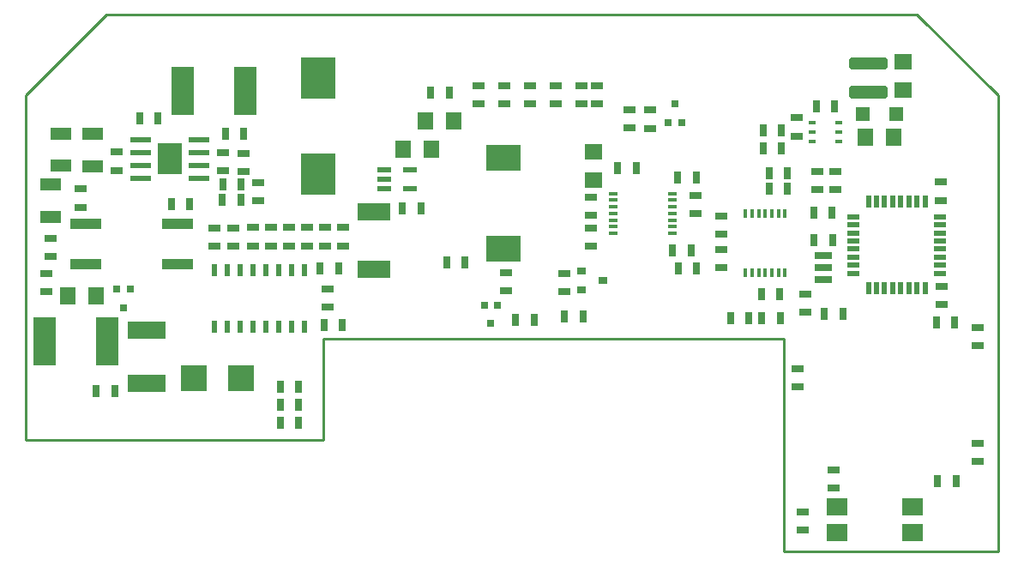
<source format=gtp>
G04 EAGLE Gerber RS-274X export*
G75*
%MOMM*%
%FSLAX34Y34*%
%LPD*%
%INTop Paste*%
%IPPOS*%
%AMOC8*
5,1,8,0,0,1.08239X$1,22.5*%
G01*
%ADD10R,1.320800X0.558800*%
%ADD11R,1.200000X0.800000*%
%ADD12R,0.800000X1.200000*%
%ADD13R,3.200000X1.800000*%
%ADD14R,1.600000X1.800000*%
%ADD15R,3.100000X1.000000*%
%ADD16R,1.700000X0.700000*%
%ADD17R,1.270000X0.558800*%
%ADD18R,0.558800X1.270000*%
%ADD19R,0.600000X1.200000*%
%ADD20R,0.800000X0.450000*%
%ADD21R,2.150000X0.500000*%
%ADD22R,2.400000X3.100000*%
%ADD23C,0.625000*%
%ADD24R,3.500000X4.100000*%
%ADD25R,1.397000X1.397000*%
%ADD26R,1.800000X1.600000*%
%ADD27R,0.900000X0.800000*%
%ADD28R,2.000000X1.200000*%
%ADD29R,2.286000X4.800000*%
%ADD30R,2.540000X2.540000*%
%ADD31R,0.700000X0.700000*%
%ADD32R,3.700000X1.800000*%
%ADD33R,0.900000X0.350000*%
%ADD34R,0.350000X0.900000*%
%ADD35R,2.000000X1.780000*%
%ADD36R,3.400000X2.600000*%
%ADD37C,0.254000*%


D10*
X353822Y266446D03*
X353822Y257048D03*
X353822Y247650D03*
X379222Y247650D03*
X379222Y266446D03*
D11*
X224155Y191533D03*
X224155Y209533D03*
X241935Y191533D03*
X241935Y209533D03*
X259715Y191533D03*
X259715Y209533D03*
X277495Y191533D03*
X277495Y209533D03*
X313055Y191533D03*
X313055Y209533D03*
X295275Y191533D03*
X295275Y209533D03*
X204851Y191406D03*
X204851Y209406D03*
X186309Y191406D03*
X186309Y209406D03*
D12*
X194454Y252222D03*
X212454Y252222D03*
D13*
X344170Y224723D03*
X344170Y168723D03*
D12*
X269604Y16510D03*
X251604Y16510D03*
X251604Y34290D03*
X269604Y34290D03*
X251604Y52070D03*
X269604Y52070D03*
D11*
X762000Y51960D03*
X762000Y69960D03*
X769620Y125620D03*
X769620Y143620D03*
D12*
X918320Y-40640D03*
X900320Y-40640D03*
D11*
X939800Y-21700D03*
X939800Y-3700D03*
X24257Y198738D03*
X24257Y180738D03*
D12*
X399940Y342900D03*
X417940Y342900D03*
D14*
X422940Y314960D03*
X394940Y314960D03*
D11*
X798957Y246778D03*
X798957Y264778D03*
D15*
X149680Y173040D03*
X59680Y173040D03*
X149680Y213040D03*
X59680Y213040D03*
D12*
X162162Y232537D03*
X144162Y232537D03*
D11*
X563880Y331360D03*
X563880Y349360D03*
X781177Y246778D03*
X781177Y264778D03*
D16*
X787527Y158053D03*
X787527Y170053D03*
X787527Y182053D03*
D17*
X816991Y220278D03*
X816991Y212278D03*
X816991Y204278D03*
X816991Y196278D03*
X816991Y188278D03*
X816991Y180278D03*
X816991Y172278D03*
X816991Y164278D03*
D18*
X831917Y149352D03*
X839917Y149352D03*
X847917Y149352D03*
X855917Y149352D03*
X863917Y149352D03*
X871917Y149352D03*
X879917Y149352D03*
X887917Y149352D03*
D17*
X902843Y164278D03*
X902843Y172278D03*
X902843Y180278D03*
X902843Y188278D03*
X902843Y196278D03*
X902843Y204278D03*
X902843Y212278D03*
X902843Y220278D03*
D18*
X887917Y235204D03*
X879917Y235204D03*
X871917Y235204D03*
X863917Y235204D03*
X855917Y235204D03*
X847917Y235204D03*
X839917Y235204D03*
X831917Y235204D03*
D11*
X903859Y254491D03*
X903859Y236491D03*
D19*
X274955Y167573D03*
X262255Y167573D03*
X249555Y167573D03*
X236855Y167573D03*
X224155Y167573D03*
X211455Y167573D03*
X198755Y167573D03*
X186055Y167573D03*
X186055Y111573D03*
X198755Y111573D03*
X211455Y111573D03*
X224155Y111573D03*
X236855Y111573D03*
X249555Y111573D03*
X262255Y111573D03*
X274955Y111573D03*
D11*
X298450Y131081D03*
X298450Y149081D03*
X447040Y331360D03*
X447040Y349360D03*
X472440Y331360D03*
X472440Y349360D03*
X497840Y331360D03*
X497840Y349360D03*
X523240Y331360D03*
X523240Y349360D03*
X548640Y331360D03*
X548640Y349360D03*
D20*
X776809Y313411D03*
X776809Y303911D03*
X776809Y294411D03*
X802309Y294411D03*
X802309Y303911D03*
X802309Y313411D03*
D21*
X113617Y296545D03*
X113617Y283845D03*
X113617Y271145D03*
X113617Y258445D03*
X171117Y258445D03*
X171117Y271145D03*
X171117Y283845D03*
X171117Y296545D03*
D22*
X142367Y277495D03*
D23*
X815594Y346884D02*
X847344Y346884D01*
X847344Y340634D01*
X815594Y340634D01*
X815594Y346884D01*
X815594Y346571D02*
X847344Y346571D01*
X847344Y374884D02*
X815594Y374884D01*
X847344Y374884D02*
X847344Y368634D01*
X815594Y368634D01*
X815594Y374884D01*
X815594Y374571D02*
X847344Y374571D01*
D24*
X288671Y262253D03*
X288671Y357253D03*
D12*
X780559Y329311D03*
X798559Y329311D03*
D25*
X826389Y321691D03*
X859409Y321691D03*
D26*
X866521Y373029D03*
X866521Y345029D03*
D12*
X727981Y305689D03*
X745981Y305689D03*
D11*
X761619Y299991D03*
X761619Y317991D03*
D12*
X745981Y287909D03*
X727981Y287909D03*
D14*
X828899Y298831D03*
X856899Y298831D03*
D27*
X569809Y157519D03*
X548809Y148019D03*
X548809Y167019D03*
D12*
X550029Y121479D03*
X532029Y121479D03*
D11*
X531379Y145931D03*
X531379Y163931D03*
D12*
X602598Y267843D03*
X584598Y267843D03*
D11*
X557657Y239378D03*
X557657Y221378D03*
X557657Y190898D03*
X557657Y208898D03*
D26*
X560578Y256383D03*
X560578Y284383D03*
D12*
X638700Y186563D03*
X656700Y186563D03*
X644415Y168910D03*
X662415Y168910D03*
D11*
X661162Y241537D03*
X661162Y223537D03*
D28*
X34798Y302512D03*
X34798Y270512D03*
X66421Y302004D03*
X66421Y270004D03*
X24892Y252347D03*
X24892Y220347D03*
D11*
X89667Y266099D03*
X89667Y284099D03*
D12*
X112311Y317759D03*
X130311Y317759D03*
D11*
X214757Y282812D03*
X214757Y264812D03*
D12*
X197375Y302260D03*
X215375Y302260D03*
D11*
X194437Y283447D03*
X194437Y265447D03*
D12*
X194213Y236748D03*
X212213Y236748D03*
D29*
X216928Y344805D03*
X154928Y344805D03*
D30*
X212725Y60579D03*
X165735Y60579D03*
D11*
X53848Y247633D03*
X53848Y229633D03*
X616712Y307611D03*
X616712Y325611D03*
D31*
X634342Y313330D03*
X647342Y313330D03*
X640842Y331830D03*
D32*
X119761Y108423D03*
X119761Y55923D03*
D29*
X18657Y97282D03*
X80657Y97282D03*
D11*
X596519Y308246D03*
X596519Y326246D03*
X20320Y145940D03*
X20320Y163940D03*
X939800Y92600D03*
X939800Y110600D03*
X229362Y253856D03*
X229362Y235856D03*
D14*
X41880Y142240D03*
X69880Y142240D03*
D12*
X69740Y48260D03*
X87740Y48260D03*
D14*
X372207Y286639D03*
X400207Y286639D03*
D12*
X390000Y228600D03*
X372000Y228600D03*
X778400Y197104D03*
X796400Y197104D03*
D11*
X904240Y133240D03*
X904240Y151240D03*
D33*
X580350Y243020D03*
X580350Y236520D03*
X580350Y230020D03*
X580350Y223520D03*
X580350Y217020D03*
X580350Y210520D03*
X580350Y204020D03*
X638850Y204020D03*
X638850Y210520D03*
X638850Y217020D03*
X638850Y223520D03*
X638850Y230020D03*
X638850Y236520D03*
X638850Y243020D03*
D34*
X710750Y165060D03*
X717250Y165060D03*
X723750Y165060D03*
X730250Y165060D03*
X736750Y165060D03*
X743250Y165060D03*
X749750Y165060D03*
X749750Y223560D03*
X743250Y223560D03*
X736750Y223560D03*
X730250Y223560D03*
X723750Y223560D03*
X717250Y223560D03*
X710750Y223560D03*
D12*
X733950Y262890D03*
X751950Y262890D03*
X733950Y247650D03*
X751950Y247650D03*
X744330Y143510D03*
X726330Y143510D03*
X744838Y120142D03*
X726838Y120142D03*
D11*
X687070Y170070D03*
X687070Y188070D03*
D35*
X801190Y-66040D03*
X801190Y-91440D03*
X875690Y-91440D03*
X875690Y-66040D03*
D31*
X103020Y148950D03*
X90020Y148950D03*
X96520Y130450D03*
D12*
X806560Y124460D03*
X788560Y124460D03*
D11*
X767080Y-71010D03*
X767080Y-89010D03*
X797560Y-29608D03*
X797560Y-47608D03*
D12*
X661780Y259080D03*
X643780Y259080D03*
D11*
X687070Y221090D03*
X687070Y203090D03*
D12*
X294530Y113030D03*
X312530Y113030D03*
X290720Y168910D03*
X308720Y168910D03*
X899050Y115570D03*
X917050Y115570D03*
D11*
X473964Y146956D03*
X473964Y164956D03*
D12*
X795892Y224536D03*
X777892Y224536D03*
D36*
X471424Y188680D03*
X471424Y278680D03*
D31*
X465732Y133202D03*
X452732Y133202D03*
X459232Y114702D03*
D12*
X433688Y174752D03*
X415688Y174752D03*
X714104Y119888D03*
X696104Y119888D03*
X501760Y118110D03*
X483760Y118110D03*
D37*
X0Y0D02*
X293500Y0D01*
X293500Y100000D01*
X748100Y100000D01*
X748100Y-110000D01*
X960000Y-110000D01*
X960000Y340000D01*
X880028Y419972D01*
X79972Y419972D01*
X0Y340000D01*
X0Y0D01*
M02*

</source>
